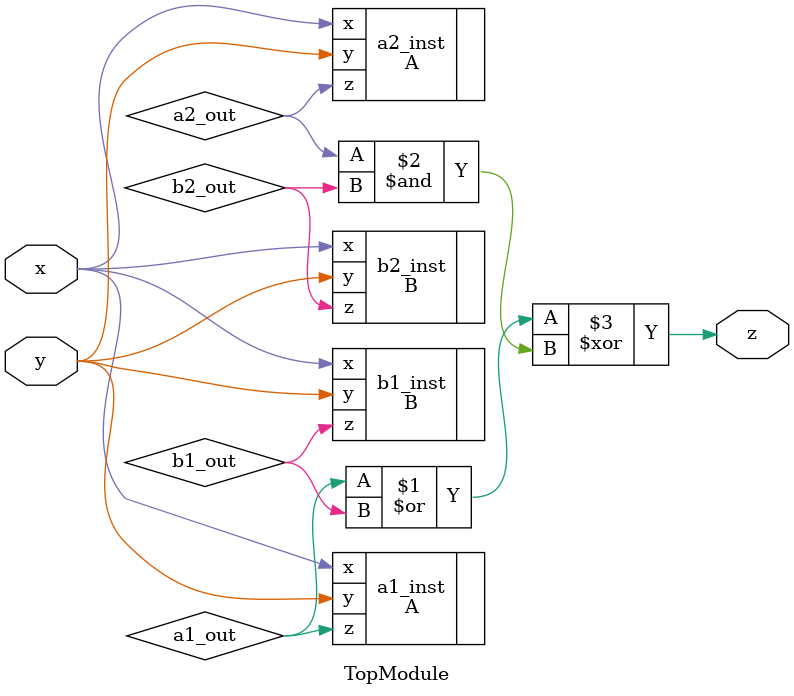
<source format=sv>

module TopModule (
  input x,
  input y,
  output z
);
assign z = (a1_out | b1_out) ^ (a2_out & b2_out);

wire a1_out, a2_out, b1_out, b2_out;

A a1_inst (
    .x(x),
    .y(y),
    .z(a1_out)
);

A a2_inst (
    .x(x),
    .y(y),
    .z(a2_out)
);

B b1_inst (
    .x(x),
    .y(y),
    .z(b1_out)
);

B b2_inst (
    .x(x),
    .y(y),
    .z(b2_out)
);

endmodule

</source>
